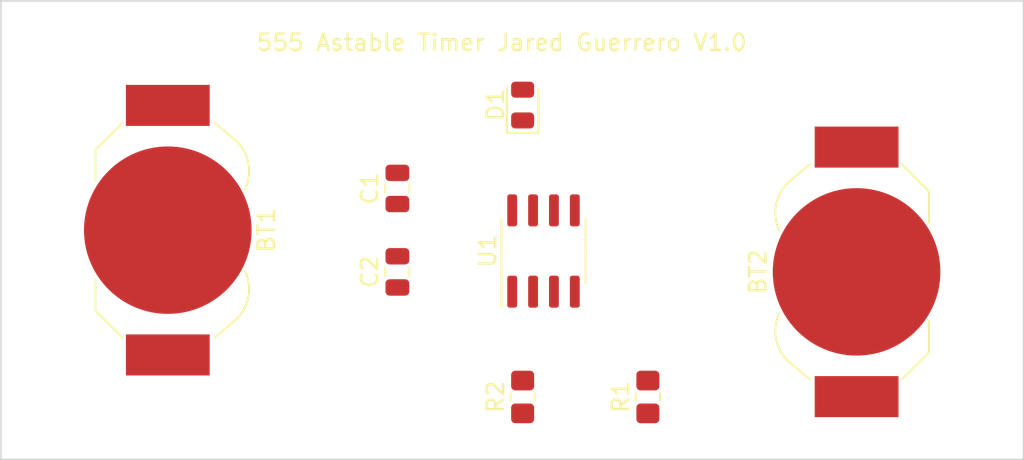
<source format=kicad_pcb>
(kicad_pcb (version 20171130) (host pcbnew "(5.1.10-1-10_14)")

  (general
    (thickness 1.6)
    (drawings 5)
    (tracks 0)
    (zones 0)
    (modules 8)
    (nets 8)
  )

  (page A4)
  (layers
    (0 F.Cu signal)
    (31 B.Cu signal)
    (32 B.Adhes user)
    (33 F.Adhes user)
    (34 B.Paste user)
    (35 F.Paste user)
    (36 B.SilkS user)
    (37 F.SilkS user)
    (38 B.Mask user)
    (39 F.Mask user)
    (40 Dwgs.User user)
    (41 Cmts.User user)
    (42 Eco1.User user)
    (43 Eco2.User user)
    (44 Edge.Cuts user)
    (45 Margin user)
    (46 B.CrtYd user)
    (47 F.CrtYd user)
    (48 B.Fab user)
    (49 F.Fab user)
  )

  (setup
    (last_trace_width 0.25)
    (trace_clearance 0.2)
    (zone_clearance 0.508)
    (zone_45_only no)
    (trace_min 0.2)
    (via_size 0.8)
    (via_drill 0.4)
    (via_min_size 0.4)
    (via_min_drill 0.3)
    (uvia_size 0.3)
    (uvia_drill 0.1)
    (uvias_allowed no)
    (uvia_min_size 0.2)
    (uvia_min_drill 0.1)
    (edge_width 0.05)
    (segment_width 0.2)
    (pcb_text_width 0.3)
    (pcb_text_size 1.5 1.5)
    (mod_edge_width 0.12)
    (mod_text_size 1 1)
    (mod_text_width 0.15)
    (pad_size 1.524 1.524)
    (pad_drill 0.762)
    (pad_to_mask_clearance 0)
    (aux_axis_origin 0 0)
    (visible_elements FFFFFF7F)
    (pcbplotparams
      (layerselection 0x010fc_ffffffff)
      (usegerberextensions false)
      (usegerberattributes true)
      (usegerberadvancedattributes true)
      (creategerberjobfile true)
      (excludeedgelayer true)
      (linewidth 0.100000)
      (plotframeref false)
      (viasonmask false)
      (mode 1)
      (useauxorigin false)
      (hpglpennumber 1)
      (hpglpenspeed 20)
      (hpglpendiameter 15.000000)
      (psnegative false)
      (psa4output false)
      (plotreference true)
      (plotvalue true)
      (plotinvisibletext false)
      (padsonsilk false)
      (subtractmaskfromsilk false)
      (outputformat 1)
      (mirror false)
      (drillshape 0)
      (scaleselection 1)
      (outputdirectory ""))
  )

  (net 0 "")
  (net 1 VCC)
  (net 2 "Net-(BT1-Pad2)")
  (net 3 GND)
  (net 4 "Net-(C1-Pad1)")
  (net 5 "Net-(C2-Pad1)")
  (net 6 "Net-(D1-Pad2)")
  (net 7 "Net-(R1-Pad2)")

  (net_class Default "This is the default net class."
    (clearance 0.2)
    (trace_width 0.25)
    (via_dia 0.8)
    (via_drill 0.4)
    (uvia_dia 0.3)
    (uvia_drill 0.1)
    (add_net GND)
    (add_net "Net-(BT1-Pad2)")
    (add_net "Net-(C1-Pad1)")
    (add_net "Net-(C2-Pad1)")
    (add_net "Net-(D1-Pad2)")
    (add_net "Net-(R1-Pad2)")
    (add_net VCC)
  )

  (module Battery:BatteryHolder_LINX_BAT-HLD-012-SMT (layer F.Cu) (tedit 5D9C8191) (tstamp 6156BA44)
    (at 104.14 80.01 90)
    (descr "SMT battery holder for CR1216/1220/1225, https://linxtechnologies.com/wp/wp-content/uploads/bat-hld-012-smt.pdf")
    (tags "battery holder coin cell cr1216 cr1220 cr1225")
    (path /615DA905)
    (attr smd)
    (fp_text reference BT1 (at 0 6 90) (layer F.SilkS)
      (effects (font (size 1 1) (thickness 0.15)))
    )
    (fp_text value 3V (at 0 -7 90) (layer F.Fab)
      (effects (font (size 1 1) (thickness 0.15)))
    )
    (fp_line (start 6.55 2.85) (end 5.4 4.2) (layer F.SilkS) (width 0.12))
    (fp_line (start -6.55 2.85) (end -5.4 4.2) (layer F.SilkS) (width 0.12))
    (fp_line (start -4.9 -4.4) (end -3 -4.4) (layer F.SilkS) (width 0.12))
    (fp_line (start 4.9 -4.4) (end 3 -4.4) (layer F.SilkS) (width 0.12))
    (fp_line (start 4.9 -4.4) (end 6.55 -2.75) (layer F.SilkS) (width 0.12))
    (fp_line (start -6.55 -2.75) (end -4.9 -4.4) (layer F.SilkS) (width 0.12))
    (fp_line (start 6.55 -2.75) (end 6.75 -2.75) (layer F.Fab) (width 0.1))
    (fp_line (start 6.55 -2.75) (end 6.7 -2.9) (layer F.Fab) (width 0.1))
    (fp_line (start 5.05 -4.55) (end 4.9 -4.4) (layer F.Fab) (width 0.1))
    (fp_line (start -5.05 -4.55) (end -4.9 -4.4) (layer F.Fab) (width 0.1))
    (fp_line (start -6.55 -2.75) (end -6.7 -2.9) (layer F.Fab) (width 0.1))
    (fp_line (start -6.75 -2.75) (end -6.55 -2.75) (layer F.Fab) (width 0.1))
    (fp_line (start 6.75 2.85) (end 6.55 2.85) (layer F.Fab) (width 0.1))
    (fp_line (start -6.75 2.85) (end -6.55 2.85) (layer F.Fab) (width 0.1))
    (fp_line (start -3.55 6.75) (end -7.25 3.05) (layer F.CrtYd) (width 0.05))
    (fp_line (start 3.55 6.75) (end 7.25 3.05) (layer F.CrtYd) (width 0.05))
    (fp_line (start -3.55 6.75) (end 3.55 6.75) (layer F.CrtYd) (width 0.05))
    (fp_line (start 9.35 3.05) (end 7.25 3.05) (layer F.CrtYd) (width 0.05))
    (fp_line (start 9.35 -3.05) (end 9.35 3.05) (layer F.CrtYd) (width 0.05))
    (fp_line (start 7.25 -3.05) (end 9.35 -3.05) (layer F.CrtYd) (width 0.05))
    (fp_line (start 3.55 -6.75) (end 7.25 -3.05) (layer F.CrtYd) (width 0.05))
    (fp_line (start -3.55 -6.75) (end 3.55 -6.75) (layer F.CrtYd) (width 0.05))
    (fp_line (start -7.25 -3.05) (end -3.55 -6.75) (layer F.CrtYd) (width 0.05))
    (fp_line (start -9.35 3.05) (end -7.25 3.05) (layer F.CrtYd) (width 0.05))
    (fp_line (start -9.35 -3.05) (end -7.25 -3.05) (layer F.CrtYd) (width 0.05))
    (fp_line (start -9.35 3.05) (end -9.35 -3.05) (layer F.CrtYd) (width 0.05))
    (fp_circle (center 0 0) (end -6.25 0) (layer F.Fab) (width 0.1))
    (fp_line (start 6.55 2.85) (end 5.4 4.2) (layer F.Fab) (width 0.1))
    (fp_line (start -6.55 2.85) (end -5.4 4.2) (layer F.Fab) (width 0.1))
    (fp_line (start -6.55 -2.75) (end -4.9 -4.4) (layer F.Fab) (width 0.1))
    (fp_line (start -6.55 2.85) (end -6.55 -2.75) (layer F.Fab) (width 0.1))
    (fp_line (start 6.55 -2.75) (end 4.9 -4.4) (layer F.Fab) (width 0.1))
    (fp_line (start 6.55 2.85) (end 6.55 -2.75) (layer F.Fab) (width 0.1))
    (fp_line (start 6.7 -2.9) (end 5.05 -4.55) (layer F.Fab) (width 0.1))
    (fp_line (start -6.7 -2.9) (end -5.05 -4.55) (layer F.Fab) (width 0.1))
    (fp_line (start 4.9 -4.4) (end -4.9 -4.4) (layer F.Fab) (width 0.1))
    (fp_line (start 6.75 2.85) (end 6.75 -2.75) (layer F.Fab) (width 0.1))
    (fp_line (start -6.75 2.85) (end -6.75 -2.75) (layer F.Fab) (width 0.1))
    (fp_line (start 7.65 -2.55) (end 6.75 -2.55) (layer F.Fab) (width 0.1))
    (fp_line (start 7.65 -0.55) (end 7.65 -2.55) (layer F.Fab) (width 0.1))
    (fp_line (start 6.75 -0.55) (end 7.65 -0.55) (layer F.Fab) (width 0.1))
    (fp_line (start 7.65 0.55) (end 6.75 0.55) (layer F.Fab) (width 0.1))
    (fp_line (start 7.65 2.55) (end 7.65 0.55) (layer F.Fab) (width 0.1))
    (fp_line (start 6.75 2.55) (end 7.65 2.55) (layer F.Fab) (width 0.1))
    (fp_line (start -7.65 2.55) (end -6.75 2.55) (layer F.Fab) (width 0.1))
    (fp_line (start -7.65 0.55) (end -7.65 2.55) (layer F.Fab) (width 0.1))
    (fp_line (start -6.75 0.55) (end -7.65 0.55) (layer F.Fab) (width 0.1))
    (fp_line (start -7.65 -0.55) (end -6.75 -0.55) (layer F.Fab) (width 0.1))
    (fp_line (start -7.65 -2.55) (end -6.75 -2.55) (layer F.Fab) (width 0.1))
    (fp_line (start -7.65 -2.55) (end -7.65 -0.55) (layer F.Fab) (width 0.1))
    (fp_arc (start 0 6) (end -1.8 4.2) (angle 90) (layer F.Fab) (width 0.1))
    (fp_arc (start 3.6 2.4) (end 5.4 4.2) (angle 70.55996517) (layer F.SilkS) (width 0.12))
    (fp_text user %R (at 0 0 90) (layer F.Fab)
      (effects (font (size 1 1) (thickness 0.15)))
    )
    (fp_arc (start 3.6 2.4) (end 5.4 4.2) (angle 90) (layer F.Fab) (width 0.1))
    (fp_arc (start -3.6 2.4) (end -1.8 4.2) (angle 90) (layer F.Fab) (width 0.1))
    (fp_arc (start -3.6 2.4) (end -5.4 4.2) (angle -70.5) (layer F.SilkS) (width 0.12))
    (pad 1 smd rect (at -7.6 0 90) (size 2.5 5.1) (layers F.Cu F.Paste F.Mask)
      (net 1 VCC))
    (pad 1 smd rect (at 7.6 0 90) (size 2.5 5.1) (layers F.Cu F.Paste F.Mask)
      (net 1 VCC))
    (pad 2 smd circle (at 0 0 90) (size 10.2 10.2) (layers F.Cu F.Mask)
      (net 2 "Net-(BT1-Pad2)"))
    (model ${KISYS3DMOD}/Battery.3dshapes/BatteryHolder_LINX_BAT-HLD-012-SMT.wrl
      (at (xyz 0 0 0))
      (scale (xyz 1 1 1))
      (rotate (xyz 0 0 0))
    )
  )

  (module Battery:BatteryHolder_LINX_BAT-HLD-012-SMT (layer F.Cu) (tedit 5D9C8191) (tstamp 6156BA83)
    (at 146.05 82.55 270)
    (descr "SMT battery holder for CR1216/1220/1225, https://linxtechnologies.com/wp/wp-content/uploads/bat-hld-012-smt.pdf")
    (tags "battery holder coin cell cr1216 cr1220 cr1225")
    (path /615DB34E)
    (attr smd)
    (fp_text reference BT2 (at 0 6 90) (layer F.SilkS)
      (effects (font (size 1 1) (thickness 0.15)))
    )
    (fp_text value 3V (at 0 -7 90) (layer F.Fab)
      (effects (font (size 1 1) (thickness 0.15)))
    )
    (fp_line (start -7.65 -2.55) (end -7.65 -0.55) (layer F.Fab) (width 0.1))
    (fp_line (start -7.65 -2.55) (end -6.75 -2.55) (layer F.Fab) (width 0.1))
    (fp_line (start -7.65 -0.55) (end -6.75 -0.55) (layer F.Fab) (width 0.1))
    (fp_line (start -6.75 0.55) (end -7.65 0.55) (layer F.Fab) (width 0.1))
    (fp_line (start -7.65 0.55) (end -7.65 2.55) (layer F.Fab) (width 0.1))
    (fp_line (start -7.65 2.55) (end -6.75 2.55) (layer F.Fab) (width 0.1))
    (fp_line (start 6.75 2.55) (end 7.65 2.55) (layer F.Fab) (width 0.1))
    (fp_line (start 7.65 2.55) (end 7.65 0.55) (layer F.Fab) (width 0.1))
    (fp_line (start 7.65 0.55) (end 6.75 0.55) (layer F.Fab) (width 0.1))
    (fp_line (start 6.75 -0.55) (end 7.65 -0.55) (layer F.Fab) (width 0.1))
    (fp_line (start 7.65 -0.55) (end 7.65 -2.55) (layer F.Fab) (width 0.1))
    (fp_line (start 7.65 -2.55) (end 6.75 -2.55) (layer F.Fab) (width 0.1))
    (fp_line (start -6.75 2.85) (end -6.75 -2.75) (layer F.Fab) (width 0.1))
    (fp_line (start 6.75 2.85) (end 6.75 -2.75) (layer F.Fab) (width 0.1))
    (fp_line (start 4.9 -4.4) (end -4.9 -4.4) (layer F.Fab) (width 0.1))
    (fp_line (start -6.7 -2.9) (end -5.05 -4.55) (layer F.Fab) (width 0.1))
    (fp_line (start 6.7 -2.9) (end 5.05 -4.55) (layer F.Fab) (width 0.1))
    (fp_line (start 6.55 2.85) (end 6.55 -2.75) (layer F.Fab) (width 0.1))
    (fp_line (start 6.55 -2.75) (end 4.9 -4.4) (layer F.Fab) (width 0.1))
    (fp_line (start -6.55 2.85) (end -6.55 -2.75) (layer F.Fab) (width 0.1))
    (fp_line (start -6.55 -2.75) (end -4.9 -4.4) (layer F.Fab) (width 0.1))
    (fp_line (start -6.55 2.85) (end -5.4 4.2) (layer F.Fab) (width 0.1))
    (fp_line (start 6.55 2.85) (end 5.4 4.2) (layer F.Fab) (width 0.1))
    (fp_circle (center 0 0) (end -6.25 0) (layer F.Fab) (width 0.1))
    (fp_line (start -9.35 3.05) (end -9.35 -3.05) (layer F.CrtYd) (width 0.05))
    (fp_line (start -9.35 -3.05) (end -7.25 -3.05) (layer F.CrtYd) (width 0.05))
    (fp_line (start -9.35 3.05) (end -7.25 3.05) (layer F.CrtYd) (width 0.05))
    (fp_line (start -7.25 -3.05) (end -3.55 -6.75) (layer F.CrtYd) (width 0.05))
    (fp_line (start -3.55 -6.75) (end 3.55 -6.75) (layer F.CrtYd) (width 0.05))
    (fp_line (start 3.55 -6.75) (end 7.25 -3.05) (layer F.CrtYd) (width 0.05))
    (fp_line (start 7.25 -3.05) (end 9.35 -3.05) (layer F.CrtYd) (width 0.05))
    (fp_line (start 9.35 -3.05) (end 9.35 3.05) (layer F.CrtYd) (width 0.05))
    (fp_line (start 9.35 3.05) (end 7.25 3.05) (layer F.CrtYd) (width 0.05))
    (fp_line (start -3.55 6.75) (end 3.55 6.75) (layer F.CrtYd) (width 0.05))
    (fp_line (start 3.55 6.75) (end 7.25 3.05) (layer F.CrtYd) (width 0.05))
    (fp_line (start -3.55 6.75) (end -7.25 3.05) (layer F.CrtYd) (width 0.05))
    (fp_line (start -6.75 2.85) (end -6.55 2.85) (layer F.Fab) (width 0.1))
    (fp_line (start 6.75 2.85) (end 6.55 2.85) (layer F.Fab) (width 0.1))
    (fp_line (start -6.75 -2.75) (end -6.55 -2.75) (layer F.Fab) (width 0.1))
    (fp_line (start -6.55 -2.75) (end -6.7 -2.9) (layer F.Fab) (width 0.1))
    (fp_line (start -5.05 -4.55) (end -4.9 -4.4) (layer F.Fab) (width 0.1))
    (fp_line (start 5.05 -4.55) (end 4.9 -4.4) (layer F.Fab) (width 0.1))
    (fp_line (start 6.55 -2.75) (end 6.7 -2.9) (layer F.Fab) (width 0.1))
    (fp_line (start 6.55 -2.75) (end 6.75 -2.75) (layer F.Fab) (width 0.1))
    (fp_line (start -6.55 -2.75) (end -4.9 -4.4) (layer F.SilkS) (width 0.12))
    (fp_line (start 4.9 -4.4) (end 6.55 -2.75) (layer F.SilkS) (width 0.12))
    (fp_line (start 4.9 -4.4) (end 3 -4.4) (layer F.SilkS) (width 0.12))
    (fp_line (start -4.9 -4.4) (end -3 -4.4) (layer F.SilkS) (width 0.12))
    (fp_line (start -6.55 2.85) (end -5.4 4.2) (layer F.SilkS) (width 0.12))
    (fp_line (start 6.55 2.85) (end 5.4 4.2) (layer F.SilkS) (width 0.12))
    (fp_arc (start -3.6 2.4) (end -5.4 4.2) (angle -70.5) (layer F.SilkS) (width 0.12))
    (fp_arc (start -3.6 2.4) (end -1.8 4.2) (angle 90) (layer F.Fab) (width 0.1))
    (fp_arc (start 3.6 2.4) (end 5.4 4.2) (angle 90) (layer F.Fab) (width 0.1))
    (fp_text user %R (at 0 0 90) (layer F.Fab)
      (effects (font (size 1 1) (thickness 0.15)))
    )
    (fp_arc (start 3.6 2.4) (end 5.4 4.2) (angle 70.55996517) (layer F.SilkS) (width 0.12))
    (fp_arc (start 0 6) (end -1.8 4.2) (angle 90) (layer F.Fab) (width 0.1))
    (pad 2 smd circle (at 0 0 270) (size 10.2 10.2) (layers F.Cu F.Mask)
      (net 3 GND))
    (pad 1 smd rect (at 7.6 0 270) (size 2.5 5.1) (layers F.Cu F.Paste F.Mask)
      (net 2 "Net-(BT1-Pad2)"))
    (pad 1 smd rect (at -7.6 0 270) (size 2.5 5.1) (layers F.Cu F.Paste F.Mask)
      (net 2 "Net-(BT1-Pad2)"))
    (model ${KISYS3DMOD}/Battery.3dshapes/BatteryHolder_LINX_BAT-HLD-012-SMT.wrl
      (at (xyz 0 0 0))
      (scale (xyz 1 1 1))
      (rotate (xyz 0 0 0))
    )
  )

  (module Capacitor_SMD:C_0805_2012Metric (layer F.Cu) (tedit 5F68FEEE) (tstamp 6156BA94)
    (at 118.11 77.47 90)
    (descr "Capacitor SMD 0805 (2012 Metric), square (rectangular) end terminal, IPC_7351 nominal, (Body size source: IPC-SM-782 page 76, https://www.pcb-3d.com/wordpress/wp-content/uploads/ipc-sm-782a_amendment_1_and_2.pdf, https://docs.google.com/spreadsheets/d/1BsfQQcO9C6DZCsRaXUlFlo91Tg2WpOkGARC1WS5S8t0/edit?usp=sharing), generated with kicad-footprint-generator")
    (tags capacitor)
    (path /614C4BF7)
    (attr smd)
    (fp_text reference C1 (at 0 -1.68 90) (layer F.SilkS)
      (effects (font (size 1 1) (thickness 0.15)))
    )
    (fp_text value 0.01u (at 0 1.68 90) (layer F.Fab)
      (effects (font (size 1 1) (thickness 0.15)))
    )
    (fp_line (start -1 0.625) (end -1 -0.625) (layer F.Fab) (width 0.1))
    (fp_line (start -1 -0.625) (end 1 -0.625) (layer F.Fab) (width 0.1))
    (fp_line (start 1 -0.625) (end 1 0.625) (layer F.Fab) (width 0.1))
    (fp_line (start 1 0.625) (end -1 0.625) (layer F.Fab) (width 0.1))
    (fp_line (start -0.261252 -0.735) (end 0.261252 -0.735) (layer F.SilkS) (width 0.12))
    (fp_line (start -0.261252 0.735) (end 0.261252 0.735) (layer F.SilkS) (width 0.12))
    (fp_line (start -1.7 0.98) (end -1.7 -0.98) (layer F.CrtYd) (width 0.05))
    (fp_line (start -1.7 -0.98) (end 1.7 -0.98) (layer F.CrtYd) (width 0.05))
    (fp_line (start 1.7 -0.98) (end 1.7 0.98) (layer F.CrtYd) (width 0.05))
    (fp_line (start 1.7 0.98) (end -1.7 0.98) (layer F.CrtYd) (width 0.05))
    (fp_text user %R (at 0 0 90) (layer F.Fab)
      (effects (font (size 0.5 0.5) (thickness 0.08)))
    )
    (pad 1 smd roundrect (at -0.95 0 90) (size 1 1.45) (layers F.Cu F.Paste F.Mask) (roundrect_rratio 0.25)
      (net 4 "Net-(C1-Pad1)"))
    (pad 2 smd roundrect (at 0.95 0 90) (size 1 1.45) (layers F.Cu F.Paste F.Mask) (roundrect_rratio 0.25)
      (net 3 GND))
    (model ${KISYS3DMOD}/Capacitor_SMD.3dshapes/C_0805_2012Metric.wrl
      (at (xyz 0 0 0))
      (scale (xyz 1 1 1))
      (rotate (xyz 0 0 0))
    )
  )

  (module Capacitor_SMD:C_0805_2012Metric (layer F.Cu) (tedit 5F68FEEE) (tstamp 6156BAA5)
    (at 118.11 82.55 90)
    (descr "Capacitor SMD 0805 (2012 Metric), square (rectangular) end terminal, IPC_7351 nominal, (Body size source: IPC-SM-782 page 76, https://www.pcb-3d.com/wordpress/wp-content/uploads/ipc-sm-782a_amendment_1_and_2.pdf, https://docs.google.com/spreadsheets/d/1BsfQQcO9C6DZCsRaXUlFlo91Tg2WpOkGARC1WS5S8t0/edit?usp=sharing), generated with kicad-footprint-generator")
    (tags capacitor)
    (path /614C4825)
    (attr smd)
    (fp_text reference C2 (at 0 -1.68 90) (layer F.SilkS)
      (effects (font (size 1 1) (thickness 0.15)))
    )
    (fp_text value 10u (at 0 1.68 90) (layer F.Fab)
      (effects (font (size 1 1) (thickness 0.15)))
    )
    (fp_line (start 1.7 0.98) (end -1.7 0.98) (layer F.CrtYd) (width 0.05))
    (fp_line (start 1.7 -0.98) (end 1.7 0.98) (layer F.CrtYd) (width 0.05))
    (fp_line (start -1.7 -0.98) (end 1.7 -0.98) (layer F.CrtYd) (width 0.05))
    (fp_line (start -1.7 0.98) (end -1.7 -0.98) (layer F.CrtYd) (width 0.05))
    (fp_line (start -0.261252 0.735) (end 0.261252 0.735) (layer F.SilkS) (width 0.12))
    (fp_line (start -0.261252 -0.735) (end 0.261252 -0.735) (layer F.SilkS) (width 0.12))
    (fp_line (start 1 0.625) (end -1 0.625) (layer F.Fab) (width 0.1))
    (fp_line (start 1 -0.625) (end 1 0.625) (layer F.Fab) (width 0.1))
    (fp_line (start -1 -0.625) (end 1 -0.625) (layer F.Fab) (width 0.1))
    (fp_line (start -1 0.625) (end -1 -0.625) (layer F.Fab) (width 0.1))
    (fp_text user %R (at 0 0 270) (layer F.Fab)
      (effects (font (size 0.5 0.5) (thickness 0.08)))
    )
    (pad 2 smd roundrect (at 0.95 0 90) (size 1 1.45) (layers F.Cu F.Paste F.Mask) (roundrect_rratio 0.25)
      (net 3 GND))
    (pad 1 smd roundrect (at -0.95 0 90) (size 1 1.45) (layers F.Cu F.Paste F.Mask) (roundrect_rratio 0.25)
      (net 5 "Net-(C2-Pad1)"))
    (model ${KISYS3DMOD}/Capacitor_SMD.3dshapes/C_0805_2012Metric.wrl
      (at (xyz 0 0 0))
      (scale (xyz 1 1 1))
      (rotate (xyz 0 0 0))
    )
  )

  (module LED_SMD:LED_0805_2012Metric (layer F.Cu) (tedit 5F68FEF1) (tstamp 6156BAB8)
    (at 125.73 72.39 90)
    (descr "LED SMD 0805 (2012 Metric), square (rectangular) end terminal, IPC_7351 nominal, (Body size source: https://docs.google.com/spreadsheets/d/1BsfQQcO9C6DZCsRaXUlFlo91Tg2WpOkGARC1WS5S8t0/edit?usp=sharing), generated with kicad-footprint-generator")
    (tags LED)
    (path /614BD1EE)
    (attr smd)
    (fp_text reference D1 (at 0 -1.65 90) (layer F.SilkS)
      (effects (font (size 1 1) (thickness 0.15)))
    )
    (fp_text value LED (at 0 1.65 90) (layer F.Fab)
      (effects (font (size 1 1) (thickness 0.15)))
    )
    (fp_line (start 1 -0.6) (end -0.7 -0.6) (layer F.Fab) (width 0.1))
    (fp_line (start -0.7 -0.6) (end -1 -0.3) (layer F.Fab) (width 0.1))
    (fp_line (start -1 -0.3) (end -1 0.6) (layer F.Fab) (width 0.1))
    (fp_line (start -1 0.6) (end 1 0.6) (layer F.Fab) (width 0.1))
    (fp_line (start 1 0.6) (end 1 -0.6) (layer F.Fab) (width 0.1))
    (fp_line (start 1 -0.96) (end -1.685 -0.96) (layer F.SilkS) (width 0.12))
    (fp_line (start -1.685 -0.96) (end -1.685 0.96) (layer F.SilkS) (width 0.12))
    (fp_line (start -1.685 0.96) (end 1 0.96) (layer F.SilkS) (width 0.12))
    (fp_line (start -1.68 0.95) (end -1.68 -0.95) (layer F.CrtYd) (width 0.05))
    (fp_line (start -1.68 -0.95) (end 1.68 -0.95) (layer F.CrtYd) (width 0.05))
    (fp_line (start 1.68 -0.95) (end 1.68 0.95) (layer F.CrtYd) (width 0.05))
    (fp_line (start 1.68 0.95) (end -1.68 0.95) (layer F.CrtYd) (width 0.05))
    (fp_text user %R (at 0 0 90) (layer F.Fab)
      (effects (font (size 0.5 0.5) (thickness 0.08)))
    )
    (pad 1 smd roundrect (at -0.9375 0 90) (size 0.975 1.4) (layers F.Cu F.Paste F.Mask) (roundrect_rratio 0.25)
      (net 3 GND))
    (pad 2 smd roundrect (at 0.9375 0 90) (size 0.975 1.4) (layers F.Cu F.Paste F.Mask) (roundrect_rratio 0.25)
      (net 6 "Net-(D1-Pad2)"))
    (model ${KISYS3DMOD}/LED_SMD.3dshapes/LED_0805_2012Metric.wrl
      (at (xyz 0 0 0))
      (scale (xyz 1 1 1))
      (rotate (xyz 0 0 0))
    )
  )

  (module Resistor_SMD:R_0805_2012Metric_Pad1.20x1.40mm_HandSolder (layer F.Cu) (tedit 5F68FEEE) (tstamp 6156BAC9)
    (at 133.35 90.17 90)
    (descr "Resistor SMD 0805 (2012 Metric), square (rectangular) end terminal, IPC_7351 nominal with elongated pad for handsoldering. (Body size source: IPC-SM-782 page 72, https://www.pcb-3d.com/wordpress/wp-content/uploads/ipc-sm-782a_amendment_1_and_2.pdf), generated with kicad-footprint-generator")
    (tags "resistor handsolder")
    (path /614C41B8)
    (attr smd)
    (fp_text reference R1 (at 0 -1.65 90) (layer F.SilkS)
      (effects (font (size 1 1) (thickness 0.15)))
    )
    (fp_text value 5k (at 0 1.65 90) (layer F.Fab)
      (effects (font (size 1 1) (thickness 0.15)))
    )
    (fp_line (start 1.85 0.95) (end -1.85 0.95) (layer F.CrtYd) (width 0.05))
    (fp_line (start 1.85 -0.95) (end 1.85 0.95) (layer F.CrtYd) (width 0.05))
    (fp_line (start -1.85 -0.95) (end 1.85 -0.95) (layer F.CrtYd) (width 0.05))
    (fp_line (start -1.85 0.95) (end -1.85 -0.95) (layer F.CrtYd) (width 0.05))
    (fp_line (start -0.227064 0.735) (end 0.227064 0.735) (layer F.SilkS) (width 0.12))
    (fp_line (start -0.227064 -0.735) (end 0.227064 -0.735) (layer F.SilkS) (width 0.12))
    (fp_line (start 1 0.625) (end -1 0.625) (layer F.Fab) (width 0.1))
    (fp_line (start 1 -0.625) (end 1 0.625) (layer F.Fab) (width 0.1))
    (fp_line (start -1 -0.625) (end 1 -0.625) (layer F.Fab) (width 0.1))
    (fp_line (start -1 0.625) (end -1 -0.625) (layer F.Fab) (width 0.1))
    (fp_text user %R (at 0 0 90) (layer F.Fab)
      (effects (font (size 0.5 0.5) (thickness 0.08)))
    )
    (pad 2 smd roundrect (at 1 0 90) (size 1.2 1.4) (layers F.Cu F.Paste F.Mask) (roundrect_rratio 0.2083325)
      (net 7 "Net-(R1-Pad2)"))
    (pad 1 smd roundrect (at -1 0 90) (size 1.2 1.4) (layers F.Cu F.Paste F.Mask) (roundrect_rratio 0.2083325)
      (net 1 VCC))
    (model ${KISYS3DMOD}/Resistor_SMD.3dshapes/R_0805_2012Metric.wrl
      (at (xyz 0 0 0))
      (scale (xyz 1 1 1))
      (rotate (xyz 0 0 0))
    )
  )

  (module Resistor_SMD:R_0805_2012Metric_Pad1.20x1.40mm_HandSolder (layer F.Cu) (tedit 5F68FEEE) (tstamp 6156BADA)
    (at 125.73 90.17 90)
    (descr "Resistor SMD 0805 (2012 Metric), square (rectangular) end terminal, IPC_7351 nominal with elongated pad for handsoldering. (Body size source: IPC-SM-782 page 72, https://www.pcb-3d.com/wordpress/wp-content/uploads/ipc-sm-782a_amendment_1_and_2.pdf), generated with kicad-footprint-generator")
    (tags "resistor handsolder")
    (path /614C3B3F)
    (attr smd)
    (fp_text reference R2 (at 0 -1.65 90) (layer F.SilkS)
      (effects (font (size 1 1) (thickness 0.15)))
    )
    (fp_text value 10k (at 0 1.65 90) (layer F.Fab)
      (effects (font (size 1 1) (thickness 0.15)))
    )
    (fp_line (start -1 0.625) (end -1 -0.625) (layer F.Fab) (width 0.1))
    (fp_line (start -1 -0.625) (end 1 -0.625) (layer F.Fab) (width 0.1))
    (fp_line (start 1 -0.625) (end 1 0.625) (layer F.Fab) (width 0.1))
    (fp_line (start 1 0.625) (end -1 0.625) (layer F.Fab) (width 0.1))
    (fp_line (start -0.227064 -0.735) (end 0.227064 -0.735) (layer F.SilkS) (width 0.12))
    (fp_line (start -0.227064 0.735) (end 0.227064 0.735) (layer F.SilkS) (width 0.12))
    (fp_line (start -1.85 0.95) (end -1.85 -0.95) (layer F.CrtYd) (width 0.05))
    (fp_line (start -1.85 -0.95) (end 1.85 -0.95) (layer F.CrtYd) (width 0.05))
    (fp_line (start 1.85 -0.95) (end 1.85 0.95) (layer F.CrtYd) (width 0.05))
    (fp_line (start 1.85 0.95) (end -1.85 0.95) (layer F.CrtYd) (width 0.05))
    (fp_text user %R (at 0 0 90) (layer F.Fab)
      (effects (font (size 0.5 0.5) (thickness 0.08)))
    )
    (pad 1 smd roundrect (at -1 0 90) (size 1.2 1.4) (layers F.Cu F.Paste F.Mask) (roundrect_rratio 0.2083325)
      (net 7 "Net-(R1-Pad2)"))
    (pad 2 smd roundrect (at 1 0 90) (size 1.2 1.4) (layers F.Cu F.Paste F.Mask) (roundrect_rratio 0.2083325)
      (net 5 "Net-(C2-Pad1)"))
    (model ${KISYS3DMOD}/Resistor_SMD.3dshapes/R_0805_2012Metric.wrl
      (at (xyz 0 0 0))
      (scale (xyz 1 1 1))
      (rotate (xyz 0 0 0))
    )
  )

  (module Package_SO:SOIC-8_3.9x4.9mm_P1.27mm (layer F.Cu) (tedit 5D9F72B1) (tstamp 6156BAF4)
    (at 127 81.28 90)
    (descr "SOIC, 8 Pin (JEDEC MS-012AA, https://www.analog.com/media/en/package-pcb-resources/package/pkg_pdf/soic_narrow-r/r_8.pdf), generated with kicad-footprint-generator ipc_gullwing_generator.py")
    (tags "SOIC SO")
    (path /614BC605)
    (attr smd)
    (fp_text reference U1 (at 0 -3.4 90) (layer F.SilkS)
      (effects (font (size 1 1) (thickness 0.15)))
    )
    (fp_text value LM555xM (at 0 3.4 90) (layer F.Fab)
      (effects (font (size 1 1) (thickness 0.15)))
    )
    (fp_line (start 0 2.56) (end 1.95 2.56) (layer F.SilkS) (width 0.12))
    (fp_line (start 0 2.56) (end -1.95 2.56) (layer F.SilkS) (width 0.12))
    (fp_line (start 0 -2.56) (end 1.95 -2.56) (layer F.SilkS) (width 0.12))
    (fp_line (start 0 -2.56) (end -3.45 -2.56) (layer F.SilkS) (width 0.12))
    (fp_line (start -0.975 -2.45) (end 1.95 -2.45) (layer F.Fab) (width 0.1))
    (fp_line (start 1.95 -2.45) (end 1.95 2.45) (layer F.Fab) (width 0.1))
    (fp_line (start 1.95 2.45) (end -1.95 2.45) (layer F.Fab) (width 0.1))
    (fp_line (start -1.95 2.45) (end -1.95 -1.475) (layer F.Fab) (width 0.1))
    (fp_line (start -1.95 -1.475) (end -0.975 -2.45) (layer F.Fab) (width 0.1))
    (fp_line (start -3.7 -2.7) (end -3.7 2.7) (layer F.CrtYd) (width 0.05))
    (fp_line (start -3.7 2.7) (end 3.7 2.7) (layer F.CrtYd) (width 0.05))
    (fp_line (start 3.7 2.7) (end 3.7 -2.7) (layer F.CrtYd) (width 0.05))
    (fp_line (start 3.7 -2.7) (end -3.7 -2.7) (layer F.CrtYd) (width 0.05))
    (fp_text user %R (at 0 0 90) (layer F.Fab)
      (effects (font (size 0.98 0.98) (thickness 0.15)))
    )
    (pad 1 smd roundrect (at -2.475 -1.905 90) (size 1.95 0.6) (layers F.Cu F.Paste F.Mask) (roundrect_rratio 0.25)
      (net 3 GND))
    (pad 2 smd roundrect (at -2.475 -0.635 90) (size 1.95 0.6) (layers F.Cu F.Paste F.Mask) (roundrect_rratio 0.25)
      (net 5 "Net-(C2-Pad1)"))
    (pad 3 smd roundrect (at -2.475 0.635 90) (size 1.95 0.6) (layers F.Cu F.Paste F.Mask) (roundrect_rratio 0.25)
      (net 6 "Net-(D1-Pad2)"))
    (pad 4 smd roundrect (at -2.475 1.905 90) (size 1.95 0.6) (layers F.Cu F.Paste F.Mask) (roundrect_rratio 0.25)
      (net 1 VCC))
    (pad 5 smd roundrect (at 2.475 1.905 90) (size 1.95 0.6) (layers F.Cu F.Paste F.Mask) (roundrect_rratio 0.25)
      (net 4 "Net-(C1-Pad1)"))
    (pad 6 smd roundrect (at 2.475 0.635 90) (size 1.95 0.6) (layers F.Cu F.Paste F.Mask) (roundrect_rratio 0.25)
      (net 5 "Net-(C2-Pad1)"))
    (pad 7 smd roundrect (at 2.475 -0.635 90) (size 1.95 0.6) (layers F.Cu F.Paste F.Mask) (roundrect_rratio 0.25)
      (net 7 "Net-(R1-Pad2)"))
    (pad 8 smd roundrect (at 2.475 -1.905 90) (size 1.95 0.6) (layers F.Cu F.Paste F.Mask) (roundrect_rratio 0.25)
      (net 1 VCC))
    (model ${KISYS3DMOD}/Package_SO.3dshapes/SOIC-8_3.9x4.9mm_P1.27mm.wrl
      (at (xyz 0 0 0))
      (scale (xyz 1 1 1))
      (rotate (xyz 0 0 0))
    )
  )

  (gr_text "555 Astable Timer Jared Guerrero V1.0" (at 124.46 68.58) (layer F.SilkS)
    (effects (font (size 1 1) (thickness 0.15)))
  )
  (gr_line (start 156.21 66.04) (end 156.21 93.98) (layer Edge.Cuts) (width 0.1))
  (gr_line (start 93.98 66.04) (end 156.21 66.04) (layer Edge.Cuts) (width 0.1))
  (gr_line (start 93.98 93.98) (end 93.98 66.04) (layer Edge.Cuts) (width 0.1))
  (gr_line (start 156.21 93.98) (end 93.98 93.98) (layer Edge.Cuts) (width 0.1))

)

</source>
